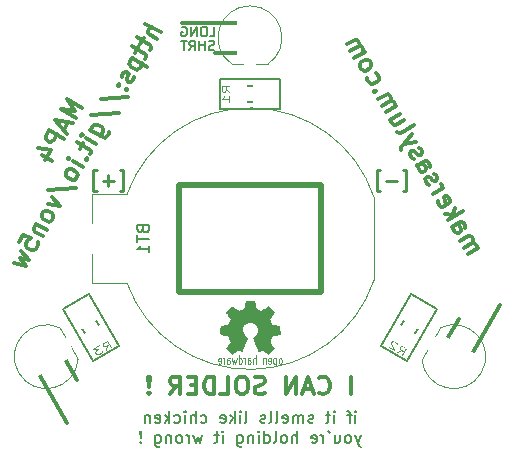
<source format=gbo>
%TF.GenerationSoftware,KiCad,Pcbnew,4.0.6-e0-6349~53~ubuntu16.04.1*%
%TF.CreationDate,2017-05-19T13:32:49+05:30*%
%TF.ProjectId,MAP4,4D4150342E6B696361645F7063620000,1*%
%TF.FileFunction,Legend,Bot*%
%FSLAX46Y46*%
G04 Gerber Fmt 4.6, Leading zero omitted, Abs format (unit mm)*
G04 Created by KiCad (PCBNEW 4.0.6-e0-6349~53~ubuntu16.04.1) date Fri May 19 13:32:49 2017*
%MOMM*%
%LPD*%
G01*
G04 APERTURE LIST*
%ADD10C,0.050800*%
%ADD11C,0.150000*%
%ADD12C,0.200000*%
%ADD13C,0.500000*%
%ADD14C,0.250000*%
%ADD15C,0.300000*%
%ADD16C,0.203200*%
%ADD17C,0.127000*%
%ADD18C,0.075000*%
%ADD19C,0.002540*%
%ADD20C,0.101600*%
%ADD21C,0.114300*%
%ADD22C,6.496000*%
%ADD23R,1.400000X1.850000*%
%ADD24C,2.000000*%
%ADD25C,1.800000*%
%ADD26C,2.900000*%
%ADD27C,2.200000*%
G04 APERTURE END LIST*
D10*
D11*
X146952381Y-84023810D02*
X146838095Y-84061905D01*
X146647619Y-84061905D01*
X146571429Y-84023810D01*
X146533333Y-83985714D01*
X146495238Y-83909524D01*
X146495238Y-83833333D01*
X146533333Y-83757143D01*
X146571429Y-83719048D01*
X146647619Y-83680952D01*
X146800000Y-83642857D01*
X146876191Y-83604762D01*
X146914286Y-83566667D01*
X146952381Y-83490476D01*
X146952381Y-83414286D01*
X146914286Y-83338095D01*
X146876191Y-83300000D01*
X146800000Y-83261905D01*
X146609524Y-83261905D01*
X146495238Y-83300000D01*
X146152381Y-84061905D02*
X146152381Y-83261905D01*
X146152381Y-83642857D02*
X145695238Y-83642857D01*
X145695238Y-84061905D02*
X145695238Y-83261905D01*
X144857143Y-84061905D02*
X145123810Y-83680952D01*
X145314286Y-84061905D02*
X145314286Y-83261905D01*
X145009524Y-83261905D01*
X144933333Y-83300000D01*
X144895238Y-83338095D01*
X144857143Y-83414286D01*
X144857143Y-83528571D01*
X144895238Y-83604762D01*
X144933333Y-83642857D01*
X145009524Y-83680952D01*
X145314286Y-83680952D01*
X144628572Y-83261905D02*
X144171429Y-83261905D01*
X144400000Y-84061905D02*
X144400000Y-83261905D01*
X146590475Y-82861905D02*
X146971428Y-82861905D01*
X146971428Y-82061905D01*
X146171428Y-82061905D02*
X146019047Y-82061905D01*
X145942856Y-82100000D01*
X145866666Y-82176190D01*
X145828571Y-82328571D01*
X145828571Y-82595238D01*
X145866666Y-82747619D01*
X145942856Y-82823810D01*
X146019047Y-82861905D01*
X146171428Y-82861905D01*
X146247618Y-82823810D01*
X146323809Y-82747619D01*
X146361904Y-82595238D01*
X146361904Y-82328571D01*
X146323809Y-82176190D01*
X146247618Y-82100000D01*
X146171428Y-82061905D01*
X145485714Y-82861905D02*
X145485714Y-82061905D01*
X145028571Y-82861905D01*
X145028571Y-82061905D01*
X144228571Y-82100000D02*
X144304762Y-82061905D01*
X144419047Y-82061905D01*
X144533333Y-82100000D01*
X144609524Y-82176190D01*
X144647619Y-82252381D01*
X144685714Y-82404762D01*
X144685714Y-82519048D01*
X144647619Y-82671429D01*
X144609524Y-82747619D01*
X144533333Y-82823810D01*
X144419047Y-82861905D01*
X144342857Y-82861905D01*
X144228571Y-82823810D01*
X144190476Y-82785714D01*
X144190476Y-82519048D01*
X144342857Y-82519048D01*
D12*
X158928573Y-115602381D02*
X158928573Y-114935714D01*
X158928573Y-114602381D02*
X158976192Y-114650000D01*
X158928573Y-114697619D01*
X158880954Y-114650000D01*
X158928573Y-114602381D01*
X158928573Y-114697619D01*
X158595240Y-114935714D02*
X158214288Y-114935714D01*
X158452383Y-115602381D02*
X158452383Y-114745238D01*
X158404764Y-114650000D01*
X158309526Y-114602381D01*
X158214288Y-114602381D01*
X157119049Y-115602381D02*
X157119049Y-114935714D01*
X157119049Y-114602381D02*
X157166668Y-114650000D01*
X157119049Y-114697619D01*
X157071430Y-114650000D01*
X157119049Y-114602381D01*
X157119049Y-114697619D01*
X156785716Y-114935714D02*
X156404764Y-114935714D01*
X156642859Y-114602381D02*
X156642859Y-115459524D01*
X156595240Y-115554762D01*
X156500002Y-115602381D01*
X156404764Y-115602381D01*
X155357144Y-115554762D02*
X155261906Y-115602381D01*
X155071430Y-115602381D01*
X154976191Y-115554762D01*
X154928572Y-115459524D01*
X154928572Y-115411905D01*
X154976191Y-115316667D01*
X155071430Y-115269048D01*
X155214287Y-115269048D01*
X155309525Y-115221429D01*
X155357144Y-115126190D01*
X155357144Y-115078571D01*
X155309525Y-114983333D01*
X155214287Y-114935714D01*
X155071430Y-114935714D01*
X154976191Y-114983333D01*
X154500001Y-115602381D02*
X154500001Y-114935714D01*
X154500001Y-115030952D02*
X154452382Y-114983333D01*
X154357144Y-114935714D01*
X154214286Y-114935714D01*
X154119048Y-114983333D01*
X154071429Y-115078571D01*
X154071429Y-115602381D01*
X154071429Y-115078571D02*
X154023810Y-114983333D01*
X153928572Y-114935714D01*
X153785715Y-114935714D01*
X153690477Y-114983333D01*
X153642858Y-115078571D01*
X153642858Y-115602381D01*
X152785715Y-115554762D02*
X152880953Y-115602381D01*
X153071430Y-115602381D01*
X153166668Y-115554762D01*
X153214287Y-115459524D01*
X153214287Y-115078571D01*
X153166668Y-114983333D01*
X153071430Y-114935714D01*
X152880953Y-114935714D01*
X152785715Y-114983333D01*
X152738096Y-115078571D01*
X152738096Y-115173810D01*
X153214287Y-115269048D01*
X152166668Y-115602381D02*
X152261906Y-115554762D01*
X152309525Y-115459524D01*
X152309525Y-114602381D01*
X151642858Y-115602381D02*
X151738096Y-115554762D01*
X151785715Y-115459524D01*
X151785715Y-114602381D01*
X151309524Y-115554762D02*
X151214286Y-115602381D01*
X151023810Y-115602381D01*
X150928571Y-115554762D01*
X150880952Y-115459524D01*
X150880952Y-115411905D01*
X150928571Y-115316667D01*
X151023810Y-115269048D01*
X151166667Y-115269048D01*
X151261905Y-115221429D01*
X151309524Y-115126190D01*
X151309524Y-115078571D01*
X151261905Y-114983333D01*
X151166667Y-114935714D01*
X151023810Y-114935714D01*
X150928571Y-114983333D01*
X149547619Y-115602381D02*
X149642857Y-115554762D01*
X149690476Y-115459524D01*
X149690476Y-114602381D01*
X149166666Y-115602381D02*
X149166666Y-114935714D01*
X149166666Y-114602381D02*
X149214285Y-114650000D01*
X149166666Y-114697619D01*
X149119047Y-114650000D01*
X149166666Y-114602381D01*
X149166666Y-114697619D01*
X148690476Y-115602381D02*
X148690476Y-114602381D01*
X148595238Y-115221429D02*
X148309523Y-115602381D01*
X148309523Y-114935714D02*
X148690476Y-115316667D01*
X147499999Y-115554762D02*
X147595237Y-115602381D01*
X147785714Y-115602381D01*
X147880952Y-115554762D01*
X147928571Y-115459524D01*
X147928571Y-115078571D01*
X147880952Y-114983333D01*
X147785714Y-114935714D01*
X147595237Y-114935714D01*
X147499999Y-114983333D01*
X147452380Y-115078571D01*
X147452380Y-115173810D01*
X147928571Y-115269048D01*
X145833332Y-115554762D02*
X145928570Y-115602381D01*
X146119047Y-115602381D01*
X146214285Y-115554762D01*
X146261904Y-115507143D01*
X146309523Y-115411905D01*
X146309523Y-115126190D01*
X146261904Y-115030952D01*
X146214285Y-114983333D01*
X146119047Y-114935714D01*
X145928570Y-114935714D01*
X145833332Y-114983333D01*
X145404761Y-115602381D02*
X145404761Y-114602381D01*
X144976189Y-115602381D02*
X144976189Y-115078571D01*
X145023808Y-114983333D01*
X145119046Y-114935714D01*
X145261904Y-114935714D01*
X145357142Y-114983333D01*
X145404761Y-115030952D01*
X144499999Y-115602381D02*
X144499999Y-114935714D01*
X144499999Y-114602381D02*
X144547618Y-114650000D01*
X144499999Y-114697619D01*
X144452380Y-114650000D01*
X144499999Y-114602381D01*
X144499999Y-114697619D01*
X143595237Y-115554762D02*
X143690475Y-115602381D01*
X143880952Y-115602381D01*
X143976190Y-115554762D01*
X144023809Y-115507143D01*
X144071428Y-115411905D01*
X144071428Y-115126190D01*
X144023809Y-115030952D01*
X143976190Y-114983333D01*
X143880952Y-114935714D01*
X143690475Y-114935714D01*
X143595237Y-114983333D01*
X143166666Y-115602381D02*
X143166666Y-114602381D01*
X143071428Y-115221429D02*
X142785713Y-115602381D01*
X142785713Y-114935714D02*
X143166666Y-115316667D01*
X141976189Y-115554762D02*
X142071427Y-115602381D01*
X142261904Y-115602381D01*
X142357142Y-115554762D01*
X142404761Y-115459524D01*
X142404761Y-115078571D01*
X142357142Y-114983333D01*
X142261904Y-114935714D01*
X142071427Y-114935714D01*
X141976189Y-114983333D01*
X141928570Y-115078571D01*
X141928570Y-115173810D01*
X142404761Y-115269048D01*
X141499999Y-114935714D02*
X141499999Y-115602381D01*
X141499999Y-115030952D02*
X141452380Y-114983333D01*
X141357142Y-114935714D01*
X141214284Y-114935714D01*
X141119046Y-114983333D01*
X141071427Y-115078571D01*
X141071427Y-115602381D01*
X159357144Y-116635714D02*
X159119049Y-117302381D01*
X158880953Y-116635714D02*
X159119049Y-117302381D01*
X159214287Y-117540476D01*
X159261906Y-117588095D01*
X159357144Y-117635714D01*
X158357144Y-117302381D02*
X158452382Y-117254762D01*
X158500001Y-117207143D01*
X158547620Y-117111905D01*
X158547620Y-116826190D01*
X158500001Y-116730952D01*
X158452382Y-116683333D01*
X158357144Y-116635714D01*
X158214286Y-116635714D01*
X158119048Y-116683333D01*
X158071429Y-116730952D01*
X158023810Y-116826190D01*
X158023810Y-117111905D01*
X158071429Y-117207143D01*
X158119048Y-117254762D01*
X158214286Y-117302381D01*
X158357144Y-117302381D01*
X157166667Y-116635714D02*
X157166667Y-117302381D01*
X157595239Y-116635714D02*
X157595239Y-117159524D01*
X157547620Y-117254762D01*
X157452382Y-117302381D01*
X157309524Y-117302381D01*
X157214286Y-117254762D01*
X157166667Y-117207143D01*
X156642858Y-116302381D02*
X156738096Y-116492857D01*
X156214287Y-117302381D02*
X156214287Y-116635714D01*
X156214287Y-116826190D02*
X156166668Y-116730952D01*
X156119049Y-116683333D01*
X156023811Y-116635714D01*
X155928572Y-116635714D01*
X155214286Y-117254762D02*
X155309524Y-117302381D01*
X155500001Y-117302381D01*
X155595239Y-117254762D01*
X155642858Y-117159524D01*
X155642858Y-116778571D01*
X155595239Y-116683333D01*
X155500001Y-116635714D01*
X155309524Y-116635714D01*
X155214286Y-116683333D01*
X155166667Y-116778571D01*
X155166667Y-116873810D01*
X155642858Y-116969048D01*
X153976191Y-117302381D02*
X153976191Y-116302381D01*
X153547619Y-117302381D02*
X153547619Y-116778571D01*
X153595238Y-116683333D01*
X153690476Y-116635714D01*
X153833334Y-116635714D01*
X153928572Y-116683333D01*
X153976191Y-116730952D01*
X152928572Y-117302381D02*
X153023810Y-117254762D01*
X153071429Y-117207143D01*
X153119048Y-117111905D01*
X153119048Y-116826190D01*
X153071429Y-116730952D01*
X153023810Y-116683333D01*
X152928572Y-116635714D01*
X152785714Y-116635714D01*
X152690476Y-116683333D01*
X152642857Y-116730952D01*
X152595238Y-116826190D01*
X152595238Y-117111905D01*
X152642857Y-117207143D01*
X152690476Y-117254762D01*
X152785714Y-117302381D01*
X152928572Y-117302381D01*
X152023810Y-117302381D02*
X152119048Y-117254762D01*
X152166667Y-117159524D01*
X152166667Y-116302381D01*
X151214285Y-117302381D02*
X151214285Y-116302381D01*
X151214285Y-117254762D02*
X151309523Y-117302381D01*
X151500000Y-117302381D01*
X151595238Y-117254762D01*
X151642857Y-117207143D01*
X151690476Y-117111905D01*
X151690476Y-116826190D01*
X151642857Y-116730952D01*
X151595238Y-116683333D01*
X151500000Y-116635714D01*
X151309523Y-116635714D01*
X151214285Y-116683333D01*
X150738095Y-117302381D02*
X150738095Y-116635714D01*
X150738095Y-116302381D02*
X150785714Y-116350000D01*
X150738095Y-116397619D01*
X150690476Y-116350000D01*
X150738095Y-116302381D01*
X150738095Y-116397619D01*
X150261905Y-116635714D02*
X150261905Y-117302381D01*
X150261905Y-116730952D02*
X150214286Y-116683333D01*
X150119048Y-116635714D01*
X149976190Y-116635714D01*
X149880952Y-116683333D01*
X149833333Y-116778571D01*
X149833333Y-117302381D01*
X148928571Y-116635714D02*
X148928571Y-117445238D01*
X148976190Y-117540476D01*
X149023809Y-117588095D01*
X149119048Y-117635714D01*
X149261905Y-117635714D01*
X149357143Y-117588095D01*
X148928571Y-117254762D02*
X149023809Y-117302381D01*
X149214286Y-117302381D01*
X149309524Y-117254762D01*
X149357143Y-117207143D01*
X149404762Y-117111905D01*
X149404762Y-116826190D01*
X149357143Y-116730952D01*
X149309524Y-116683333D01*
X149214286Y-116635714D01*
X149023809Y-116635714D01*
X148928571Y-116683333D01*
X147690476Y-117302381D02*
X147690476Y-116635714D01*
X147690476Y-116302381D02*
X147738095Y-116350000D01*
X147690476Y-116397619D01*
X147642857Y-116350000D01*
X147690476Y-116302381D01*
X147690476Y-116397619D01*
X147357143Y-116635714D02*
X146976191Y-116635714D01*
X147214286Y-116302381D02*
X147214286Y-117159524D01*
X147166667Y-117254762D01*
X147071429Y-117302381D01*
X146976191Y-117302381D01*
X145976190Y-116635714D02*
X145785714Y-117302381D01*
X145595237Y-116826190D01*
X145404761Y-117302381D01*
X145214285Y-116635714D01*
X144833333Y-117302381D02*
X144833333Y-116635714D01*
X144833333Y-116826190D02*
X144785714Y-116730952D01*
X144738095Y-116683333D01*
X144642857Y-116635714D01*
X144547618Y-116635714D01*
X144071428Y-117302381D02*
X144166666Y-117254762D01*
X144214285Y-117207143D01*
X144261904Y-117111905D01*
X144261904Y-116826190D01*
X144214285Y-116730952D01*
X144166666Y-116683333D01*
X144071428Y-116635714D01*
X143928570Y-116635714D01*
X143833332Y-116683333D01*
X143785713Y-116730952D01*
X143738094Y-116826190D01*
X143738094Y-117111905D01*
X143785713Y-117207143D01*
X143833332Y-117254762D01*
X143928570Y-117302381D01*
X144071428Y-117302381D01*
X143309523Y-116635714D02*
X143309523Y-117302381D01*
X143309523Y-116730952D02*
X143261904Y-116683333D01*
X143166666Y-116635714D01*
X143023808Y-116635714D01*
X142928570Y-116683333D01*
X142880951Y-116778571D01*
X142880951Y-117302381D01*
X141976189Y-116635714D02*
X141976189Y-117445238D01*
X142023808Y-117540476D01*
X142071427Y-117588095D01*
X142166666Y-117635714D01*
X142309523Y-117635714D01*
X142404761Y-117588095D01*
X141976189Y-117254762D02*
X142071427Y-117302381D01*
X142261904Y-117302381D01*
X142357142Y-117254762D01*
X142404761Y-117207143D01*
X142452380Y-117111905D01*
X142452380Y-116826190D01*
X142404761Y-116730952D01*
X142357142Y-116683333D01*
X142261904Y-116635714D01*
X142071427Y-116635714D01*
X141976189Y-116683333D01*
X140738094Y-117207143D02*
X140690475Y-117254762D01*
X140738094Y-117302381D01*
X140785713Y-117254762D01*
X140738094Y-117207143D01*
X140738094Y-117302381D01*
X140738094Y-116921429D02*
X140785713Y-116350000D01*
X140738094Y-116302381D01*
X140690475Y-116350000D01*
X140738094Y-116921429D01*
X140738094Y-116302381D01*
D13*
X144000000Y-95500000D02*
X156000000Y-95500000D01*
X144000000Y-104500000D02*
X144000000Y-95500000D01*
X156000000Y-104500000D02*
X144000000Y-104500000D01*
X156000000Y-95500000D02*
X156000000Y-104500000D01*
D14*
X138952380Y-95982143D02*
X139249999Y-95982143D01*
X139249999Y-94196429D01*
X138952380Y-94196429D01*
X138476190Y-95089286D02*
X137523809Y-95089286D01*
X137999999Y-95565476D02*
X137999999Y-94613095D01*
X137047619Y-95982143D02*
X136750000Y-95982143D01*
X136750000Y-94196429D01*
X137047619Y-94196429D01*
X162952380Y-95982143D02*
X163249999Y-95982143D01*
X163249999Y-94196429D01*
X162952380Y-94196429D01*
X162476190Y-95089286D02*
X161523809Y-95089286D01*
X161047619Y-95982143D02*
X160750000Y-95982143D01*
X160750000Y-94196429D01*
X161047619Y-94196429D01*
D15*
X158535714Y-113178571D02*
X158535714Y-111678571D01*
X155821428Y-113035714D02*
X155892857Y-113107143D01*
X156107143Y-113178571D01*
X156250000Y-113178571D01*
X156464285Y-113107143D01*
X156607143Y-112964286D01*
X156678571Y-112821429D01*
X156750000Y-112535714D01*
X156750000Y-112321429D01*
X156678571Y-112035714D01*
X156607143Y-111892857D01*
X156464285Y-111750000D01*
X156250000Y-111678571D01*
X156107143Y-111678571D01*
X155892857Y-111750000D01*
X155821428Y-111821429D01*
X155250000Y-112750000D02*
X154535714Y-112750000D01*
X155392857Y-113178571D02*
X154892857Y-111678571D01*
X154392857Y-113178571D01*
X153892857Y-113178571D02*
X153892857Y-111678571D01*
X153035714Y-113178571D01*
X153035714Y-111678571D01*
X151250000Y-113107143D02*
X151035714Y-113178571D01*
X150678571Y-113178571D01*
X150535714Y-113107143D01*
X150464285Y-113035714D01*
X150392857Y-112892857D01*
X150392857Y-112750000D01*
X150464285Y-112607143D01*
X150535714Y-112535714D01*
X150678571Y-112464286D01*
X150964285Y-112392857D01*
X151107143Y-112321429D01*
X151178571Y-112250000D01*
X151250000Y-112107143D01*
X151250000Y-111964286D01*
X151178571Y-111821429D01*
X151107143Y-111750000D01*
X150964285Y-111678571D01*
X150607143Y-111678571D01*
X150392857Y-111750000D01*
X149464286Y-111678571D02*
X149178572Y-111678571D01*
X149035714Y-111750000D01*
X148892857Y-111892857D01*
X148821429Y-112178571D01*
X148821429Y-112678571D01*
X148892857Y-112964286D01*
X149035714Y-113107143D01*
X149178572Y-113178571D01*
X149464286Y-113178571D01*
X149607143Y-113107143D01*
X149750000Y-112964286D01*
X149821429Y-112678571D01*
X149821429Y-112178571D01*
X149750000Y-111892857D01*
X149607143Y-111750000D01*
X149464286Y-111678571D01*
X147464285Y-113178571D02*
X148178571Y-113178571D01*
X148178571Y-111678571D01*
X146964285Y-113178571D02*
X146964285Y-111678571D01*
X146607142Y-111678571D01*
X146392857Y-111750000D01*
X146249999Y-111892857D01*
X146178571Y-112035714D01*
X146107142Y-112321429D01*
X146107142Y-112535714D01*
X146178571Y-112821429D01*
X146249999Y-112964286D01*
X146392857Y-113107143D01*
X146607142Y-113178571D01*
X146964285Y-113178571D01*
X145464285Y-112392857D02*
X144964285Y-112392857D01*
X144749999Y-113178571D02*
X145464285Y-113178571D01*
X145464285Y-111678571D01*
X144749999Y-111678571D01*
X143249999Y-113178571D02*
X143749999Y-112464286D01*
X144107142Y-113178571D02*
X144107142Y-111678571D01*
X143535714Y-111678571D01*
X143392856Y-111750000D01*
X143321428Y-111821429D01*
X143249999Y-111964286D01*
X143249999Y-112178571D01*
X143321428Y-112321429D01*
X143392856Y-112392857D01*
X143535714Y-112464286D01*
X144107142Y-112464286D01*
X141464285Y-113035714D02*
X141392857Y-113107143D01*
X141464285Y-113178571D01*
X141535714Y-113107143D01*
X141464285Y-113035714D01*
X141464285Y-113178571D01*
X141464285Y-112607143D02*
X141535714Y-111750000D01*
X141464285Y-111678571D01*
X141392857Y-111750000D01*
X141464285Y-112607143D01*
X141464285Y-111678571D01*
X135787049Y-88943934D02*
X134488011Y-88193934D01*
X135165895Y-89162661D01*
X133988011Y-89059960D01*
X135287049Y-89809960D01*
X134594467Y-90152405D02*
X134237324Y-90770995D01*
X135037049Y-90242972D02*
X133488011Y-89925985D01*
X134537049Y-91108998D01*
X134287049Y-91542011D02*
X132988011Y-90792011D01*
X132702297Y-91286882D01*
X132692727Y-91446315D01*
X132718872Y-91543888D01*
X132806876Y-91677176D01*
X132992452Y-91784318D01*
X133151885Y-91793888D01*
X133249457Y-91767743D01*
X133382746Y-91679739D01*
X133668460Y-91184868D01*
X132349595Y-92897779D02*
X133215620Y-93397779D01*
X132033295Y-92302770D02*
X133139751Y-92529189D01*
X132675465Y-93333356D01*
X142423986Y-82548422D02*
X141124948Y-81798422D01*
X142102558Y-83105152D02*
X141422109Y-82712295D01*
X141334106Y-82579007D01*
X141343675Y-82419575D01*
X141450818Y-82233999D01*
X141584106Y-82145995D01*
X141681679Y-82119851D01*
X140986532Y-83038165D02*
X140700818Y-83533037D01*
X140446377Y-82973742D02*
X141559838Y-83616600D01*
X141647842Y-83749886D01*
X141638272Y-83909319D01*
X141566843Y-84033037D01*
X140557961Y-83780473D02*
X140272246Y-84275345D01*
X140017805Y-83716050D02*
X141131267Y-84358907D01*
X141219271Y-84492194D01*
X141209700Y-84651627D01*
X141138272Y-84775345D01*
X140022246Y-84708357D02*
X141321284Y-85458357D01*
X140084106Y-84744072D02*
X139950818Y-84832075D01*
X139807961Y-85079511D01*
X139798392Y-85238943D01*
X139824536Y-85336517D01*
X139912540Y-85469805D01*
X140283693Y-85684090D01*
X140443125Y-85693659D01*
X140540699Y-85667514D01*
X140673986Y-85579511D01*
X140816843Y-85332075D01*
X140826413Y-85172643D01*
X140183556Y-86286104D02*
X140173986Y-86445536D01*
X140031129Y-86692972D01*
X139897842Y-86780976D01*
X139738410Y-86771406D01*
X139676551Y-86735692D01*
X139588547Y-86602405D01*
X139598116Y-86442972D01*
X139705259Y-86257395D01*
X139714829Y-86097964D01*
X139626826Y-85964676D01*
X139564966Y-85928961D01*
X139405534Y-85919392D01*
X139272246Y-86007395D01*
X139165103Y-86192972D01*
X139155534Y-86352405D01*
X139478839Y-87363852D02*
X139504985Y-87461425D01*
X139602557Y-87435280D01*
X139576413Y-87337707D01*
X139478839Y-87363852D01*
X139602557Y-87435280D01*
X138798391Y-86970995D02*
X138824536Y-87068568D01*
X138922109Y-87042423D01*
X138895965Y-86944850D01*
X138798391Y-86970995D01*
X138922109Y-87042423D01*
X137348804Y-88196040D02*
X139661852Y-88046864D01*
X136563089Y-89556937D02*
X138876138Y-89407762D01*
X136486531Y-90832395D02*
X137538134Y-91439538D01*
X137697566Y-91449107D01*
X137795139Y-91422963D01*
X137928426Y-91334960D01*
X138035569Y-91149383D01*
X138045139Y-90989951D01*
X137290698Y-91296681D02*
X137423985Y-91208677D01*
X137566842Y-90961242D01*
X137576413Y-90801809D01*
X137550267Y-90704236D01*
X137462264Y-90570948D01*
X137091111Y-90356663D01*
X136931678Y-90347094D01*
X136834105Y-90373238D01*
X136700817Y-90461242D01*
X136557960Y-90708677D01*
X136548391Y-90868110D01*
X136995414Y-91950985D02*
X136129388Y-91450985D01*
X135696376Y-91200985D02*
X135793949Y-91174840D01*
X135820094Y-91272414D01*
X135722521Y-91298558D01*
X135696376Y-91200985D01*
X135820094Y-91272414D01*
X135879388Y-91883998D02*
X135593674Y-92378870D01*
X135339233Y-91819575D02*
X136452694Y-92462432D01*
X136540698Y-92595719D01*
X136531128Y-92755152D01*
X136459699Y-92878870D01*
X136085981Y-93240454D02*
X136112127Y-93338027D01*
X136209699Y-93311883D01*
X136183555Y-93214309D01*
X136085981Y-93240454D01*
X136209699Y-93311883D01*
X135852556Y-93930472D02*
X134986531Y-93430472D01*
X134553518Y-93180472D02*
X134651092Y-93154328D01*
X134677237Y-93251901D01*
X134579663Y-93278045D01*
X134553518Y-93180472D01*
X134677237Y-93251901D01*
X135388270Y-94734639D02*
X135397841Y-94575207D01*
X135371695Y-94477634D01*
X135283692Y-94344346D01*
X134912539Y-94130060D01*
X134753106Y-94120491D01*
X134655533Y-94146635D01*
X134522245Y-94234639D01*
X134415102Y-94420216D01*
X134405533Y-94579648D01*
X134431678Y-94677222D01*
X134519681Y-94810510D01*
X134890835Y-95024795D01*
X135050267Y-95034364D01*
X135147841Y-95008219D01*
X135281128Y-94920216D01*
X135388270Y-94734639D01*
X132920231Y-95866552D02*
X135233280Y-95717377D01*
X133236530Y-96461562D02*
X133923984Y-97270857D01*
X132879388Y-97080151D01*
X133352556Y-98260600D02*
X133362126Y-98101168D01*
X133335981Y-98003595D01*
X133247978Y-97870307D01*
X132876824Y-97656021D01*
X132717392Y-97646452D01*
X132619819Y-97672596D01*
X132486530Y-97760600D01*
X132379388Y-97946176D01*
X132369819Y-98105609D01*
X132395963Y-98203183D01*
X132483967Y-98336470D01*
X132855120Y-98550756D01*
X133014552Y-98560325D01*
X133112126Y-98534180D01*
X133245413Y-98446176D01*
X133352556Y-98260600D01*
X131915102Y-98750343D02*
X132781127Y-99250343D01*
X132038820Y-98821772D02*
X131941247Y-98847916D01*
X131807959Y-98935921D01*
X131700816Y-99121497D01*
X131691247Y-99280929D01*
X131779250Y-99414217D01*
X132459699Y-99807074D01*
X130446375Y-100294254D02*
X130803518Y-99675664D01*
X131457822Y-99970947D01*
X131360249Y-99997093D01*
X131226961Y-100085096D01*
X131048390Y-100394391D01*
X131038820Y-100553823D01*
X131064964Y-100651397D01*
X131152968Y-100784684D01*
X131462263Y-100963255D01*
X131621695Y-100972825D01*
X131719269Y-100946680D01*
X131852556Y-100858676D01*
X132031127Y-100549382D01*
X132040697Y-100389950D01*
X132014552Y-100292376D01*
X130593673Y-101039125D02*
X131316842Y-101786560D01*
X130555396Y-101676853D01*
X131031127Y-102281432D01*
X130022245Y-102028868D01*
X168437340Y-101316046D02*
X169303366Y-100816046D01*
X169179647Y-100887475D02*
X169205792Y-100789902D01*
X169196223Y-100630469D01*
X169089080Y-100444893D01*
X168955792Y-100356889D01*
X168796360Y-100366458D01*
X168115912Y-100759315D01*
X168796360Y-100366458D02*
X168884363Y-100233171D01*
X168874794Y-100073738D01*
X168767652Y-99888162D01*
X168634363Y-99800158D01*
X168474932Y-99809728D01*
X167794483Y-100202585D01*
X167115912Y-99027265D02*
X167796360Y-98634408D01*
X167955792Y-98624838D01*
X168089080Y-98712842D01*
X168231937Y-98960277D01*
X168241506Y-99119710D01*
X167177770Y-98991551D02*
X167187340Y-99150982D01*
X167365912Y-99460277D01*
X167499199Y-99548281D01*
X167658631Y-99538712D01*
X167782349Y-99467283D01*
X167870353Y-99333995D01*
X167860783Y-99174563D01*
X167682211Y-98865268D01*
X167672642Y-98705836D01*
X166758769Y-98408675D02*
X168057807Y-97658675D01*
X167182211Y-97999243D02*
X166473055Y-97913804D01*
X167339080Y-97413804D02*
X167129922Y-98194389D01*
X165927770Y-96826487D02*
X165937340Y-96985919D01*
X166080197Y-97233354D01*
X166213484Y-97321358D01*
X166372917Y-97311789D01*
X166867789Y-97026075D01*
X166955792Y-96892787D01*
X166946223Y-96733354D01*
X166803366Y-96485919D01*
X166670078Y-96397916D01*
X166510646Y-96407485D01*
X166386928Y-96478913D01*
X166620353Y-97168932D01*
X165508769Y-96243611D02*
X166374794Y-95743611D01*
X166127358Y-95886469D02*
X166215362Y-95753182D01*
X166241506Y-95655608D01*
X166231937Y-95496176D01*
X166160509Y-95372458D01*
X165142056Y-95465591D02*
X165008769Y-95377587D01*
X164865912Y-95130150D01*
X164856342Y-94970718D01*
X164944346Y-94837432D01*
X165006205Y-94801717D01*
X165165637Y-94792147D01*
X165298924Y-94880150D01*
X165406067Y-95065727D01*
X165539354Y-95153731D01*
X165698787Y-95144162D01*
X165760646Y-95108448D01*
X165848649Y-94975160D01*
X165839080Y-94815727D01*
X165731937Y-94630150D01*
X165598649Y-94542147D01*
X164115912Y-93831112D02*
X164796360Y-93438255D01*
X164955792Y-93428686D01*
X165089080Y-93516689D01*
X165231937Y-93764125D01*
X165241506Y-93923557D01*
X164177770Y-93795398D02*
X164187340Y-93954830D01*
X164365912Y-94264125D01*
X164499199Y-94352129D01*
X164658631Y-94342559D01*
X164782349Y-94271131D01*
X164870353Y-94137843D01*
X164860783Y-93978411D01*
X164682211Y-93669116D01*
X164672642Y-93509684D01*
X163856342Y-93238668D02*
X163723055Y-93150664D01*
X163580197Y-92903227D01*
X163570627Y-92743796D01*
X163658631Y-92610509D01*
X163720490Y-92574794D01*
X163879922Y-92565224D01*
X164013210Y-92653227D01*
X164120353Y-92838805D01*
X164253640Y-92926808D01*
X164413072Y-92917239D01*
X164474932Y-92881525D01*
X164562935Y-92748237D01*
X164553366Y-92588805D01*
X164446223Y-92403227D01*
X164312935Y-92315224D01*
X164089080Y-91784638D02*
X163044483Y-91975343D01*
X163731937Y-91166049D02*
X163044483Y-91975343D01*
X162806617Y-92277633D01*
X162780472Y-92375206D01*
X162790042Y-92534638D01*
X162473054Y-90985600D02*
X162606342Y-91073604D01*
X162765774Y-91064034D01*
X163879235Y-90421177D01*
X162731937Y-89433998D02*
X161865912Y-89933998D01*
X163053366Y-89990728D02*
X162372917Y-90383586D01*
X162213485Y-90393156D01*
X162080197Y-90305151D01*
X161973055Y-90119575D01*
X161963485Y-89960143D01*
X161989630Y-89862569D01*
X161508769Y-89315408D02*
X162374794Y-88815408D01*
X162251076Y-88886837D02*
X162277221Y-88789264D01*
X162267651Y-88629831D01*
X162160509Y-88444255D01*
X162027221Y-88356251D01*
X161867789Y-88365821D01*
X161187340Y-88758678D01*
X161867789Y-88365821D02*
X161955792Y-88232533D01*
X161946223Y-88073100D01*
X161839080Y-87887524D01*
X161705792Y-87799520D01*
X161546360Y-87809090D01*
X160865912Y-88201947D01*
X160632487Y-87511929D02*
X160534913Y-87485785D01*
X160508769Y-87583357D01*
X160606342Y-87609503D01*
X160632487Y-87511929D01*
X160508769Y-87583357D01*
X159892056Y-86372323D02*
X159901626Y-86531755D01*
X160044483Y-86779190D01*
X160177770Y-86867195D01*
X160275344Y-86893339D01*
X160434776Y-86883770D01*
X160805929Y-86669484D01*
X160893933Y-86536196D01*
X160920078Y-86438623D01*
X160910508Y-86279190D01*
X160767651Y-86031755D01*
X160634363Y-85943751D01*
X159401626Y-85665729D02*
X159534913Y-85753734D01*
X159632487Y-85779878D01*
X159791919Y-85770309D01*
X160163072Y-85556023D01*
X160251076Y-85422735D01*
X160277221Y-85325162D01*
X160267651Y-85165729D01*
X160160509Y-84980153D01*
X160027221Y-84892150D01*
X159929647Y-84866005D01*
X159770215Y-84875574D01*
X159399061Y-85089860D01*
X159311058Y-85223147D01*
X159284913Y-85320721D01*
X159294483Y-85480153D01*
X159401626Y-85665729D01*
X158830197Y-84675986D02*
X159696223Y-84175986D01*
X159572504Y-84247415D02*
X159598649Y-84149842D01*
X159589080Y-83990409D01*
X159481937Y-83804833D01*
X159348649Y-83716829D01*
X159189217Y-83726399D01*
X158508769Y-84119256D01*
X159189217Y-83726399D02*
X159277220Y-83593111D01*
X159267651Y-83433678D01*
X159160509Y-83248102D01*
X159027220Y-83160098D01*
X158867789Y-83169668D01*
X158187340Y-83562525D01*
D16*
X147460000Y-89020000D02*
X147460000Y-86480000D01*
X147460000Y-86480000D02*
X152540000Y-86480000D01*
X152540000Y-86480000D02*
X152540000Y-89020000D01*
X152540000Y-89020000D02*
X147460000Y-89020000D01*
D17*
X150400000Y-87050000D02*
X149600000Y-87050000D01*
X149600000Y-88450000D02*
X150400000Y-88450000D01*
D16*
X138869852Y-109064705D02*
X136670148Y-110334705D01*
X136670148Y-110334705D02*
X134130148Y-105935295D01*
X134130148Y-105935295D02*
X136329852Y-104665295D01*
X136329852Y-104665295D02*
X138869852Y-109064705D01*
D17*
X135693782Y-107503590D02*
X136093782Y-108196410D01*
X137306218Y-107496410D02*
X136906218Y-106803590D01*
D16*
X163329852Y-110334705D02*
X161130148Y-109064705D01*
X161130148Y-109064705D02*
X163670148Y-104665295D01*
X163670148Y-104665295D02*
X165869852Y-105935295D01*
X165869852Y-105935295D02*
X163329852Y-110334705D01*
D17*
X163093782Y-106803590D02*
X162693782Y-107496410D01*
X163906218Y-108196410D02*
X164306218Y-107503590D01*
D18*
X147840000Y-110120000D02*
X147840000Y-110580000D01*
X147750000Y-110120000D02*
X147700000Y-110120000D01*
X147800000Y-110150000D02*
X147750000Y-110120000D01*
X147820000Y-110170000D02*
X147800000Y-110150000D01*
X147840000Y-110240000D02*
X147820000Y-110170000D01*
X147400000Y-110580000D02*
X147350000Y-110550000D01*
X147500000Y-110580000D02*
X147400000Y-110580000D01*
X147540000Y-110550000D02*
X147500000Y-110580000D01*
X147560000Y-110480000D02*
X147540000Y-110550000D01*
X147560000Y-110210000D02*
X147560000Y-110480000D01*
X147530000Y-110150000D02*
X147560000Y-110210000D01*
X147490000Y-110120000D02*
X147530000Y-110150000D01*
X147390000Y-110120000D02*
X147490000Y-110120000D01*
X147350000Y-110160000D02*
X147390000Y-110120000D01*
X147330000Y-110230000D02*
X147350000Y-110160000D01*
X147330000Y-110350000D02*
X147330000Y-110230000D01*
X147330000Y-110350000D02*
X147560000Y-110350000D01*
X148080000Y-110210000D02*
X148080000Y-110580000D01*
X148110000Y-110150000D02*
X148080000Y-110210000D01*
X148150000Y-110120000D02*
X148110000Y-110150000D01*
X148250000Y-110120000D02*
X148150000Y-110120000D01*
X148300000Y-110150000D02*
X148250000Y-110120000D01*
X148240000Y-110310000D02*
X148290000Y-110340000D01*
X148120000Y-110310000D02*
X148240000Y-110310000D01*
X148080000Y-110280000D02*
X148120000Y-110310000D01*
X148130000Y-110580000D02*
X148080000Y-110540000D01*
X148250000Y-110580000D02*
X148130000Y-110580000D01*
X148300000Y-110540000D02*
X148250000Y-110580000D01*
X148320000Y-110480000D02*
X148300000Y-110540000D01*
X148320000Y-110410000D02*
X148320000Y-110480000D01*
X148290000Y-110340000D02*
X148320000Y-110410000D01*
X148870000Y-110120000D02*
X148770000Y-110580000D01*
X148770000Y-110580000D02*
X148680000Y-110240000D01*
X148680000Y-110240000D02*
X148580000Y-110580000D01*
X148580000Y-110580000D02*
X148480000Y-110120000D01*
X149060000Y-110550000D02*
X149100000Y-110580000D01*
X149100000Y-110580000D02*
X149210000Y-110580000D01*
X149210000Y-110580000D02*
X149250000Y-110550000D01*
X149250000Y-110550000D02*
X149270000Y-110520000D01*
X149270000Y-110520000D02*
X149300000Y-110450000D01*
X149300000Y-110450000D02*
X149300000Y-110250000D01*
X149300000Y-110250000D02*
X149270000Y-110180000D01*
X149270000Y-110180000D02*
X149250000Y-110150000D01*
X149250000Y-110150000D02*
X149190000Y-110110000D01*
X149190000Y-110110000D02*
X149120000Y-110110000D01*
X149120000Y-110110000D02*
X149060000Y-110150000D01*
X149060000Y-109880000D02*
X149060000Y-110580000D01*
X149580000Y-110240000D02*
X149560000Y-110170000D01*
X149560000Y-110170000D02*
X149540000Y-110150000D01*
X149540000Y-110150000D02*
X149490000Y-110120000D01*
X149490000Y-110120000D02*
X149440000Y-110120000D01*
X149580000Y-110120000D02*
X149580000Y-110580000D01*
X150030000Y-110340000D02*
X150060000Y-110410000D01*
X150060000Y-110410000D02*
X150060000Y-110480000D01*
X150060000Y-110480000D02*
X150040000Y-110540000D01*
X150040000Y-110540000D02*
X149990000Y-110580000D01*
X149990000Y-110580000D02*
X149870000Y-110580000D01*
X149870000Y-110580000D02*
X149820000Y-110540000D01*
X149820000Y-110280000D02*
X149860000Y-110310000D01*
X149860000Y-110310000D02*
X149980000Y-110310000D01*
X149980000Y-110310000D02*
X150030000Y-110340000D01*
X150040000Y-110150000D02*
X149990000Y-110120000D01*
X149990000Y-110120000D02*
X149890000Y-110120000D01*
X149890000Y-110120000D02*
X149850000Y-110150000D01*
X149850000Y-110150000D02*
X149820000Y-110210000D01*
X149820000Y-110210000D02*
X149820000Y-110580000D01*
X150490000Y-110190000D02*
X150470000Y-110150000D01*
X150470000Y-110150000D02*
X150420000Y-110120000D01*
X150420000Y-110120000D02*
X150340000Y-110120000D01*
X150340000Y-110120000D02*
X150300000Y-110150000D01*
X150300000Y-110150000D02*
X150280000Y-110210000D01*
X150280000Y-110210000D02*
X150280000Y-110580000D01*
X150490000Y-109880000D02*
X150490000Y-110580000D01*
X151540000Y-110350000D02*
X151770000Y-110350000D01*
X151320000Y-110180000D02*
X151300000Y-110150000D01*
X151300000Y-110150000D02*
X151260000Y-110120000D01*
X151260000Y-110120000D02*
X151170000Y-110120000D01*
X151170000Y-110120000D02*
X151130000Y-110150000D01*
X151130000Y-110150000D02*
X151110000Y-110210000D01*
X151110000Y-110210000D02*
X151110000Y-110580000D01*
X151320000Y-110120000D02*
X151320000Y-110580000D01*
X151540000Y-110350000D02*
X151540000Y-110230000D01*
X151540000Y-110230000D02*
X151560000Y-110160000D01*
X151560000Y-110160000D02*
X151600000Y-110120000D01*
X151600000Y-110120000D02*
X151700000Y-110120000D01*
X151700000Y-110120000D02*
X151740000Y-110150000D01*
X151740000Y-110150000D02*
X151770000Y-110210000D01*
X151770000Y-110210000D02*
X151770000Y-110480000D01*
X151770000Y-110480000D02*
X151750000Y-110550000D01*
X151750000Y-110550000D02*
X151710000Y-110580000D01*
X151710000Y-110580000D02*
X151610000Y-110580000D01*
X151610000Y-110580000D02*
X151560000Y-110550000D01*
X152200000Y-110150000D02*
X152160000Y-110120000D01*
X152160000Y-110120000D02*
X152060000Y-110120000D01*
X152060000Y-110120000D02*
X152020000Y-110150000D01*
X152020000Y-110150000D02*
X151990000Y-110180000D01*
X151990000Y-110180000D02*
X151970000Y-110240000D01*
X151970000Y-110240000D02*
X151970000Y-110460000D01*
X151970000Y-110460000D02*
X151990000Y-110520000D01*
X151990000Y-110520000D02*
X152010000Y-110550000D01*
X152010000Y-110550000D02*
X152050000Y-110580000D01*
X152050000Y-110580000D02*
X152150000Y-110580000D01*
X152150000Y-110580000D02*
X152200000Y-110550000D01*
X152200000Y-110820000D02*
X152200000Y-110120000D01*
X152510000Y-110120000D02*
X152590000Y-110120000D01*
X152590000Y-110120000D02*
X152630000Y-110150000D01*
X152630000Y-110150000D02*
X152650000Y-110180000D01*
X152650000Y-110180000D02*
X152680000Y-110250000D01*
X152590000Y-110580000D02*
X152510000Y-110580000D01*
X152510000Y-110580000D02*
X152460000Y-110550000D01*
X152460000Y-110550000D02*
X152440000Y-110520000D01*
X152440000Y-110520000D02*
X152420000Y-110450000D01*
X152420000Y-110450000D02*
X152420000Y-110250000D01*
X152420000Y-110250000D02*
X152440000Y-110190000D01*
X152440000Y-110190000D02*
X152460000Y-110160000D01*
X152460000Y-110160000D02*
X152510000Y-110120000D01*
X152680000Y-110250000D02*
X152680000Y-110450000D01*
X152680000Y-110450000D02*
X152660000Y-110510000D01*
X152660000Y-110510000D02*
X152640000Y-110540000D01*
X152640000Y-110540000D02*
X152590000Y-110580000D01*
D19*
G36*
X151513840Y-109745360D02*
X151488440Y-109730120D01*
X151430020Y-109694560D01*
X151346200Y-109638680D01*
X151247140Y-109572640D01*
X151148080Y-109506600D01*
X151066800Y-109453260D01*
X151010920Y-109415160D01*
X150985520Y-109402460D01*
X150972820Y-109407540D01*
X150927100Y-109430400D01*
X150858520Y-109465960D01*
X150817880Y-109486280D01*
X150756920Y-109511680D01*
X150723900Y-109519300D01*
X150718820Y-109509140D01*
X150695960Y-109460880D01*
X150660400Y-109379600D01*
X150614680Y-109270380D01*
X150558800Y-109143380D01*
X150502920Y-109008760D01*
X150444500Y-108869060D01*
X150388620Y-108734440D01*
X150340360Y-108615060D01*
X150299720Y-108518540D01*
X150274320Y-108449960D01*
X150264160Y-108422020D01*
X150266700Y-108414400D01*
X150299720Y-108383920D01*
X150353060Y-108343280D01*
X150472440Y-108246760D01*
X150589280Y-108101980D01*
X150660400Y-107936880D01*
X150683260Y-107751460D01*
X150662940Y-107581280D01*
X150596900Y-107418720D01*
X150482600Y-107271400D01*
X150342900Y-107162180D01*
X150180340Y-107093600D01*
X150000000Y-107070740D01*
X149827280Y-107091060D01*
X149659640Y-107157100D01*
X149512320Y-107268860D01*
X149448820Y-107339980D01*
X149362460Y-107489840D01*
X149314200Y-107647320D01*
X149309120Y-107687960D01*
X149316740Y-107863220D01*
X149367540Y-108033400D01*
X149461520Y-108183260D01*
X149591060Y-108307720D01*
X149606300Y-108317880D01*
X149664720Y-108363600D01*
X149705360Y-108394080D01*
X149735840Y-108419480D01*
X149512320Y-108957960D01*
X149476760Y-109041780D01*
X149415800Y-109189100D01*
X149362460Y-109316100D01*
X149319280Y-109417700D01*
X149288800Y-109483740D01*
X149276100Y-109511680D01*
X149276100Y-109514220D01*
X149255780Y-109516760D01*
X149215140Y-109501520D01*
X149138940Y-109465960D01*
X149090680Y-109440560D01*
X149032260Y-109412620D01*
X149006860Y-109402460D01*
X148984000Y-109415160D01*
X148930660Y-109450720D01*
X148849380Y-109504060D01*
X148752860Y-109567560D01*
X148661420Y-109631060D01*
X148577600Y-109686940D01*
X148516640Y-109725040D01*
X148486160Y-109742820D01*
X148481080Y-109742820D01*
X148455680Y-109727580D01*
X148407420Y-109686940D01*
X148333760Y-109618360D01*
X148229620Y-109514220D01*
X148214380Y-109498980D01*
X148128020Y-109412620D01*
X148059440Y-109338960D01*
X148013720Y-109288160D01*
X147995940Y-109265300D01*
X147995940Y-109265300D01*
X148011180Y-109234820D01*
X148049280Y-109173860D01*
X148105160Y-109087500D01*
X148173740Y-108988440D01*
X148351540Y-108729360D01*
X148255020Y-108485520D01*
X148224540Y-108409320D01*
X148186440Y-108320420D01*
X148158500Y-108254380D01*
X148143260Y-108226440D01*
X148117860Y-108216280D01*
X148049280Y-108201040D01*
X147952760Y-108180720D01*
X147838460Y-108160400D01*
X147726700Y-108140080D01*
X147627640Y-108119760D01*
X147556520Y-108107060D01*
X147523500Y-108099440D01*
X147515880Y-108094360D01*
X147508260Y-108079120D01*
X147505720Y-108046100D01*
X147503180Y-107985140D01*
X147500640Y-107891160D01*
X147500640Y-107751460D01*
X147500640Y-107736220D01*
X147503180Y-107606680D01*
X147505720Y-107500000D01*
X147508260Y-107433960D01*
X147513340Y-107406020D01*
X147513340Y-107406020D01*
X147543820Y-107398400D01*
X147614940Y-107383160D01*
X147714000Y-107365380D01*
X147833380Y-107342520D01*
X147841000Y-107339980D01*
X147957840Y-107317120D01*
X148056900Y-107296800D01*
X148128020Y-107281560D01*
X148155960Y-107271400D01*
X148163580Y-107263780D01*
X148186440Y-107218060D01*
X148219460Y-107144400D01*
X148260100Y-107055500D01*
X148298200Y-106961520D01*
X148331220Y-106877700D01*
X148354080Y-106816740D01*
X148361700Y-106788800D01*
X148359160Y-106786260D01*
X148341380Y-106758320D01*
X148300740Y-106697360D01*
X148244860Y-106613540D01*
X148176280Y-106511940D01*
X148171200Y-106504320D01*
X148102620Y-106405260D01*
X148046740Y-106318900D01*
X148011180Y-106260480D01*
X147995940Y-106232540D01*
X147995940Y-106230000D01*
X148018800Y-106199520D01*
X148069600Y-106143640D01*
X148143260Y-106067440D01*
X148229620Y-105978540D01*
X148257560Y-105953140D01*
X148356620Y-105856620D01*
X148422660Y-105795660D01*
X148465840Y-105762640D01*
X148486160Y-105755020D01*
X148486160Y-105755020D01*
X148516640Y-105772800D01*
X148580140Y-105813440D01*
X148663960Y-105871860D01*
X148765560Y-105940440D01*
X148773180Y-105945520D01*
X148872240Y-106014100D01*
X148956060Y-106069980D01*
X149014480Y-106110620D01*
X149042420Y-106125860D01*
X149044960Y-106125860D01*
X149085600Y-106113160D01*
X149156720Y-106087760D01*
X149245620Y-106054740D01*
X149337060Y-106016640D01*
X149420880Y-105981080D01*
X149484380Y-105953140D01*
X149514860Y-105935360D01*
X149514860Y-105935360D01*
X149525020Y-105899800D01*
X149542800Y-105823600D01*
X149563120Y-105722000D01*
X149588520Y-105600080D01*
X149591060Y-105579760D01*
X149613920Y-105460380D01*
X149631700Y-105361320D01*
X149646940Y-105292740D01*
X149654560Y-105264800D01*
X149669800Y-105262260D01*
X149728220Y-105257180D01*
X149817120Y-105254640D01*
X149926340Y-105254640D01*
X150038100Y-105254640D01*
X150147320Y-105257180D01*
X150241300Y-105259720D01*
X150309880Y-105264800D01*
X150337820Y-105269880D01*
X150337820Y-105272420D01*
X150347980Y-105310520D01*
X150365760Y-105384180D01*
X150386080Y-105488320D01*
X150408940Y-105610240D01*
X150414020Y-105633100D01*
X150436880Y-105749940D01*
X150457200Y-105849000D01*
X150469900Y-105915040D01*
X150477520Y-105942980D01*
X150490220Y-105948060D01*
X150538480Y-105968380D01*
X150617220Y-106001400D01*
X150716280Y-106042040D01*
X150944880Y-106133480D01*
X151226820Y-105942980D01*
X151252220Y-105925200D01*
X151353820Y-105856620D01*
X151435100Y-105800740D01*
X151493520Y-105762640D01*
X151516380Y-105749940D01*
X151518920Y-105749940D01*
X151546860Y-105775340D01*
X151602740Y-105828680D01*
X151678940Y-105902340D01*
X151767840Y-105988700D01*
X151831340Y-106054740D01*
X151910080Y-106133480D01*
X151958340Y-106186820D01*
X151986280Y-106219840D01*
X151993900Y-106240160D01*
X151991360Y-106255400D01*
X151973580Y-106283340D01*
X151932940Y-106344300D01*
X151874520Y-106430660D01*
X151805940Y-106529720D01*
X151750060Y-106613540D01*
X151689100Y-106707520D01*
X151651000Y-106773560D01*
X151635760Y-106806580D01*
X151640840Y-106819280D01*
X151658620Y-106875160D01*
X151694180Y-106958980D01*
X151734820Y-107058040D01*
X151833880Y-107279020D01*
X151978660Y-107306960D01*
X152067560Y-107324740D01*
X152189480Y-107347600D01*
X152308860Y-107370460D01*
X152491740Y-107406020D01*
X152499360Y-108081660D01*
X152471420Y-108094360D01*
X152443480Y-108101980D01*
X152374900Y-108117220D01*
X152278380Y-108137540D01*
X152161540Y-108157860D01*
X152065020Y-108175640D01*
X151965960Y-108195960D01*
X151894840Y-108208660D01*
X151864360Y-108216280D01*
X151854200Y-108226440D01*
X151831340Y-108274700D01*
X151795780Y-108350900D01*
X151755140Y-108442340D01*
X151717040Y-108536320D01*
X151681480Y-108625220D01*
X151658620Y-108691260D01*
X151648460Y-108724280D01*
X151661160Y-108752220D01*
X151699260Y-108810640D01*
X151752600Y-108891920D01*
X151821180Y-108990980D01*
X151887220Y-109087500D01*
X151945640Y-109171320D01*
X151983740Y-109232280D01*
X152001520Y-109260220D01*
X151991360Y-109278000D01*
X151953260Y-109326260D01*
X151879600Y-109402460D01*
X151767840Y-109511680D01*
X151750060Y-109529460D01*
X151663700Y-109613280D01*
X151590040Y-109681860D01*
X151536700Y-109727580D01*
X151513840Y-109745360D01*
X151513840Y-109745360D01*
G37*
X151513840Y-109745360D02*
X151488440Y-109730120D01*
X151430020Y-109694560D01*
X151346200Y-109638680D01*
X151247140Y-109572640D01*
X151148080Y-109506600D01*
X151066800Y-109453260D01*
X151010920Y-109415160D01*
X150985520Y-109402460D01*
X150972820Y-109407540D01*
X150927100Y-109430400D01*
X150858520Y-109465960D01*
X150817880Y-109486280D01*
X150756920Y-109511680D01*
X150723900Y-109519300D01*
X150718820Y-109509140D01*
X150695960Y-109460880D01*
X150660400Y-109379600D01*
X150614680Y-109270380D01*
X150558800Y-109143380D01*
X150502920Y-109008760D01*
X150444500Y-108869060D01*
X150388620Y-108734440D01*
X150340360Y-108615060D01*
X150299720Y-108518540D01*
X150274320Y-108449960D01*
X150264160Y-108422020D01*
X150266700Y-108414400D01*
X150299720Y-108383920D01*
X150353060Y-108343280D01*
X150472440Y-108246760D01*
X150589280Y-108101980D01*
X150660400Y-107936880D01*
X150683260Y-107751460D01*
X150662940Y-107581280D01*
X150596900Y-107418720D01*
X150482600Y-107271400D01*
X150342900Y-107162180D01*
X150180340Y-107093600D01*
X150000000Y-107070740D01*
X149827280Y-107091060D01*
X149659640Y-107157100D01*
X149512320Y-107268860D01*
X149448820Y-107339980D01*
X149362460Y-107489840D01*
X149314200Y-107647320D01*
X149309120Y-107687960D01*
X149316740Y-107863220D01*
X149367540Y-108033400D01*
X149461520Y-108183260D01*
X149591060Y-108307720D01*
X149606300Y-108317880D01*
X149664720Y-108363600D01*
X149705360Y-108394080D01*
X149735840Y-108419480D01*
X149512320Y-108957960D01*
X149476760Y-109041780D01*
X149415800Y-109189100D01*
X149362460Y-109316100D01*
X149319280Y-109417700D01*
X149288800Y-109483740D01*
X149276100Y-109511680D01*
X149276100Y-109514220D01*
X149255780Y-109516760D01*
X149215140Y-109501520D01*
X149138940Y-109465960D01*
X149090680Y-109440560D01*
X149032260Y-109412620D01*
X149006860Y-109402460D01*
X148984000Y-109415160D01*
X148930660Y-109450720D01*
X148849380Y-109504060D01*
X148752860Y-109567560D01*
X148661420Y-109631060D01*
X148577600Y-109686940D01*
X148516640Y-109725040D01*
X148486160Y-109742820D01*
X148481080Y-109742820D01*
X148455680Y-109727580D01*
X148407420Y-109686940D01*
X148333760Y-109618360D01*
X148229620Y-109514220D01*
X148214380Y-109498980D01*
X148128020Y-109412620D01*
X148059440Y-109338960D01*
X148013720Y-109288160D01*
X147995940Y-109265300D01*
X147995940Y-109265300D01*
X148011180Y-109234820D01*
X148049280Y-109173860D01*
X148105160Y-109087500D01*
X148173740Y-108988440D01*
X148351540Y-108729360D01*
X148255020Y-108485520D01*
X148224540Y-108409320D01*
X148186440Y-108320420D01*
X148158500Y-108254380D01*
X148143260Y-108226440D01*
X148117860Y-108216280D01*
X148049280Y-108201040D01*
X147952760Y-108180720D01*
X147838460Y-108160400D01*
X147726700Y-108140080D01*
X147627640Y-108119760D01*
X147556520Y-108107060D01*
X147523500Y-108099440D01*
X147515880Y-108094360D01*
X147508260Y-108079120D01*
X147505720Y-108046100D01*
X147503180Y-107985140D01*
X147500640Y-107891160D01*
X147500640Y-107751460D01*
X147500640Y-107736220D01*
X147503180Y-107606680D01*
X147505720Y-107500000D01*
X147508260Y-107433960D01*
X147513340Y-107406020D01*
X147513340Y-107406020D01*
X147543820Y-107398400D01*
X147614940Y-107383160D01*
X147714000Y-107365380D01*
X147833380Y-107342520D01*
X147841000Y-107339980D01*
X147957840Y-107317120D01*
X148056900Y-107296800D01*
X148128020Y-107281560D01*
X148155960Y-107271400D01*
X148163580Y-107263780D01*
X148186440Y-107218060D01*
X148219460Y-107144400D01*
X148260100Y-107055500D01*
X148298200Y-106961520D01*
X148331220Y-106877700D01*
X148354080Y-106816740D01*
X148361700Y-106788800D01*
X148359160Y-106786260D01*
X148341380Y-106758320D01*
X148300740Y-106697360D01*
X148244860Y-106613540D01*
X148176280Y-106511940D01*
X148171200Y-106504320D01*
X148102620Y-106405260D01*
X148046740Y-106318900D01*
X148011180Y-106260480D01*
X147995940Y-106232540D01*
X147995940Y-106230000D01*
X148018800Y-106199520D01*
X148069600Y-106143640D01*
X148143260Y-106067440D01*
X148229620Y-105978540D01*
X148257560Y-105953140D01*
X148356620Y-105856620D01*
X148422660Y-105795660D01*
X148465840Y-105762640D01*
X148486160Y-105755020D01*
X148486160Y-105755020D01*
X148516640Y-105772800D01*
X148580140Y-105813440D01*
X148663960Y-105871860D01*
X148765560Y-105940440D01*
X148773180Y-105945520D01*
X148872240Y-106014100D01*
X148956060Y-106069980D01*
X149014480Y-106110620D01*
X149042420Y-106125860D01*
X149044960Y-106125860D01*
X149085600Y-106113160D01*
X149156720Y-106087760D01*
X149245620Y-106054740D01*
X149337060Y-106016640D01*
X149420880Y-105981080D01*
X149484380Y-105953140D01*
X149514860Y-105935360D01*
X149514860Y-105935360D01*
X149525020Y-105899800D01*
X149542800Y-105823600D01*
X149563120Y-105722000D01*
X149588520Y-105600080D01*
X149591060Y-105579760D01*
X149613920Y-105460380D01*
X149631700Y-105361320D01*
X149646940Y-105292740D01*
X149654560Y-105264800D01*
X149669800Y-105262260D01*
X149728220Y-105257180D01*
X149817120Y-105254640D01*
X149926340Y-105254640D01*
X150038100Y-105254640D01*
X150147320Y-105257180D01*
X150241300Y-105259720D01*
X150309880Y-105264800D01*
X150337820Y-105269880D01*
X150337820Y-105272420D01*
X150347980Y-105310520D01*
X150365760Y-105384180D01*
X150386080Y-105488320D01*
X150408940Y-105610240D01*
X150414020Y-105633100D01*
X150436880Y-105749940D01*
X150457200Y-105849000D01*
X150469900Y-105915040D01*
X150477520Y-105942980D01*
X150490220Y-105948060D01*
X150538480Y-105968380D01*
X150617220Y-106001400D01*
X150716280Y-106042040D01*
X150944880Y-106133480D01*
X151226820Y-105942980D01*
X151252220Y-105925200D01*
X151353820Y-105856620D01*
X151435100Y-105800740D01*
X151493520Y-105762640D01*
X151516380Y-105749940D01*
X151518920Y-105749940D01*
X151546860Y-105775340D01*
X151602740Y-105828680D01*
X151678940Y-105902340D01*
X151767840Y-105988700D01*
X151831340Y-106054740D01*
X151910080Y-106133480D01*
X151958340Y-106186820D01*
X151986280Y-106219840D01*
X151993900Y-106240160D01*
X151991360Y-106255400D01*
X151973580Y-106283340D01*
X151932940Y-106344300D01*
X151874520Y-106430660D01*
X151805940Y-106529720D01*
X151750060Y-106613540D01*
X151689100Y-106707520D01*
X151651000Y-106773560D01*
X151635760Y-106806580D01*
X151640840Y-106819280D01*
X151658620Y-106875160D01*
X151694180Y-106958980D01*
X151734820Y-107058040D01*
X151833880Y-107279020D01*
X151978660Y-107306960D01*
X152067560Y-107324740D01*
X152189480Y-107347600D01*
X152308860Y-107370460D01*
X152491740Y-107406020D01*
X152499360Y-108081660D01*
X152471420Y-108094360D01*
X152443480Y-108101980D01*
X152374900Y-108117220D01*
X152278380Y-108137540D01*
X152161540Y-108157860D01*
X152065020Y-108175640D01*
X151965960Y-108195960D01*
X151894840Y-108208660D01*
X151864360Y-108216280D01*
X151854200Y-108226440D01*
X151831340Y-108274700D01*
X151795780Y-108350900D01*
X151755140Y-108442340D01*
X151717040Y-108536320D01*
X151681480Y-108625220D01*
X151658620Y-108691260D01*
X151648460Y-108724280D01*
X151661160Y-108752220D01*
X151699260Y-108810640D01*
X151752600Y-108891920D01*
X151821180Y-108990980D01*
X151887220Y-109087500D01*
X151945640Y-109171320D01*
X151983740Y-109232280D01*
X152001520Y-109260220D01*
X151991360Y-109278000D01*
X151953260Y-109326260D01*
X151879600Y-109402460D01*
X151767840Y-109511680D01*
X151750060Y-109529460D01*
X151663700Y-109613280D01*
X151590040Y-109681860D01*
X151536700Y-109727580D01*
X151513840Y-109745360D01*
D20*
X160504284Y-103501430D02*
G75*
G02X139600000Y-103800000I-10504284J3501430D01*
G01*
X139604242Y-96201550D02*
G75*
G02X160500000Y-96500000I10395758J-3798450D01*
G01*
X139600000Y-103800000D02*
X136600000Y-103800000D01*
X136600000Y-103800000D02*
X136600000Y-96200000D01*
X136600000Y-96200000D02*
X139600000Y-96200000D01*
X160500000Y-103500000D02*
X160500000Y-96500000D01*
D15*
X132167468Y-111491025D02*
X134542468Y-115604646D01*
X134349852Y-110231025D02*
X135332532Y-111973076D01*
D20*
X133948557Y-107575962D02*
X135448557Y-110174038D01*
X133947716Y-107575547D02*
G75*
G03X135448557Y-110174038I-1197716J-2424453D01*
G01*
D15*
X168832532Y-109758975D02*
X171207532Y-105645354D01*
X166650148Y-108498975D02*
X167667468Y-106776924D01*
D20*
X164551443Y-110174038D02*
X166051443Y-107575962D01*
X164551504Y-110174974D02*
G75*
G03X166051443Y-107575962I2698496J174974D01*
G01*
D15*
X149000000Y-81750000D02*
X144250000Y-81750000D01*
X149000000Y-84270000D02*
X147000000Y-84250000D01*
D20*
X151500000Y-85250000D02*
X148500000Y-85250000D01*
X151500780Y-85249479D02*
G75*
G03X148500000Y-85250000I-1500780J2249479D01*
G01*
D21*
X148255262Y-87601834D02*
X147952881Y-87305500D01*
X148255262Y-87093834D02*
X147620262Y-87093834D01*
X147620262Y-87432500D01*
X147650500Y-87517167D01*
X147680738Y-87559500D01*
X147741214Y-87601834D01*
X147831929Y-87601834D01*
X147892405Y-87559500D01*
X147922643Y-87517167D01*
X147952881Y-87432500D01*
X147952881Y-87093834D01*
X148255262Y-88448500D02*
X148255262Y-87940500D01*
X148255262Y-88194500D02*
X147620262Y-88194500D01*
X147710976Y-88109834D01*
X147771452Y-88025167D01*
X147801690Y-87940500D01*
X137787947Y-109434457D02*
X137893389Y-109024421D01*
X138227887Y-109180457D02*
X137910387Y-108630531D01*
X137617094Y-108799864D01*
X137558889Y-108868384D01*
X137537347Y-108915738D01*
X137530923Y-108989279D01*
X137576280Y-109067840D01*
X137643180Y-109099047D01*
X137694961Y-109104067D01*
X137783404Y-109087921D01*
X138076697Y-108918588D01*
X137213815Y-109032698D02*
X136737212Y-109307864D01*
X137114797Y-109369193D01*
X137004811Y-109432693D01*
X136946607Y-109501214D01*
X136925064Y-109548567D01*
X136918641Y-109622107D01*
X136994236Y-109753043D01*
X137061136Y-109784250D01*
X137112916Y-109789270D01*
X137201359Y-109773124D01*
X137421329Y-109646124D01*
X137479534Y-109577603D01*
X137501077Y-109530250D01*
X162468685Y-109582623D02*
X162876508Y-109468921D01*
X162908625Y-109836623D02*
X163226125Y-109286697D01*
X162932832Y-109117364D01*
X162844389Y-109101217D01*
X162792609Y-109106238D01*
X162725709Y-109137445D01*
X162680351Y-109216006D01*
X162686775Y-109289547D01*
X162708318Y-109336900D01*
X162766523Y-109405421D01*
X163059816Y-109574754D01*
X162462653Y-108915738D02*
X162441110Y-108868384D01*
X162382906Y-108799864D01*
X162199597Y-108694031D01*
X162111154Y-108677884D01*
X162059374Y-108682904D01*
X161992474Y-108714112D01*
X161962236Y-108766485D01*
X161953540Y-108866213D01*
X162212053Y-109434457D01*
X161735450Y-109159290D01*
D11*
X140928571Y-99214286D02*
X140976190Y-99357143D01*
X141023810Y-99404762D01*
X141119048Y-99452381D01*
X141261905Y-99452381D01*
X141357143Y-99404762D01*
X141404762Y-99357143D01*
X141452381Y-99261905D01*
X141452381Y-98880952D01*
X140452381Y-98880952D01*
X140452381Y-99214286D01*
X140500000Y-99309524D01*
X140547619Y-99357143D01*
X140642857Y-99404762D01*
X140738095Y-99404762D01*
X140833333Y-99357143D01*
X140880952Y-99309524D01*
X140928571Y-99214286D01*
X140928571Y-98880952D01*
X140452381Y-99738095D02*
X140452381Y-100309524D01*
X141452381Y-100023809D02*
X140452381Y-100023809D01*
X141452381Y-101166667D02*
X141452381Y-100595238D01*
X141452381Y-100880952D02*
X140452381Y-100880952D01*
X140595238Y-100785714D01*
X140690476Y-100690476D01*
X140738095Y-100595238D01*
%LPC*%
D22*
X150000000Y-75850000D03*
D23*
X150950000Y-87750000D03*
X149050000Y-87750000D03*
D24*
X154064000Y-87750000D03*
X145936000Y-87750000D03*
D10*
G36*
X137176073Y-106820994D02*
X135573927Y-107745994D01*
X134873927Y-106533558D01*
X136476073Y-105608558D01*
X137176073Y-106820994D01*
X137176073Y-106820994D01*
G37*
G36*
X138126073Y-108466442D02*
X136523927Y-109391442D01*
X135823927Y-108179006D01*
X137426073Y-107254006D01*
X138126073Y-108466442D01*
X138126073Y-108466442D01*
G37*
D24*
X134468000Y-103980473D03*
X138532000Y-111019527D03*
D10*
G36*
X164426073Y-107745994D02*
X162823927Y-106820994D01*
X163523927Y-105608558D01*
X165126073Y-106533558D01*
X164426073Y-107745994D01*
X164426073Y-107745994D01*
G37*
G36*
X163476073Y-109391442D02*
X161873927Y-108466442D01*
X162573927Y-107254006D01*
X164176073Y-108179006D01*
X163476073Y-109391442D01*
X163476073Y-109391442D01*
G37*
D24*
X165532000Y-103980473D03*
X161468000Y-111019527D03*
D25*
X145750000Y-80000000D03*
X145750000Y-78000000D03*
X154250000Y-80000000D03*
X154250000Y-78000000D03*
D26*
X158100000Y-100000000D03*
X138200000Y-100000000D03*
X136000000Y-100000000D03*
X163000000Y-100000000D03*
D27*
X131650148Y-110635000D03*
X133849852Y-109365000D03*
X168349852Y-110635000D03*
X166150148Y-109365000D03*
X150000000Y-81730000D03*
X150000000Y-84270000D03*
M02*

</source>
